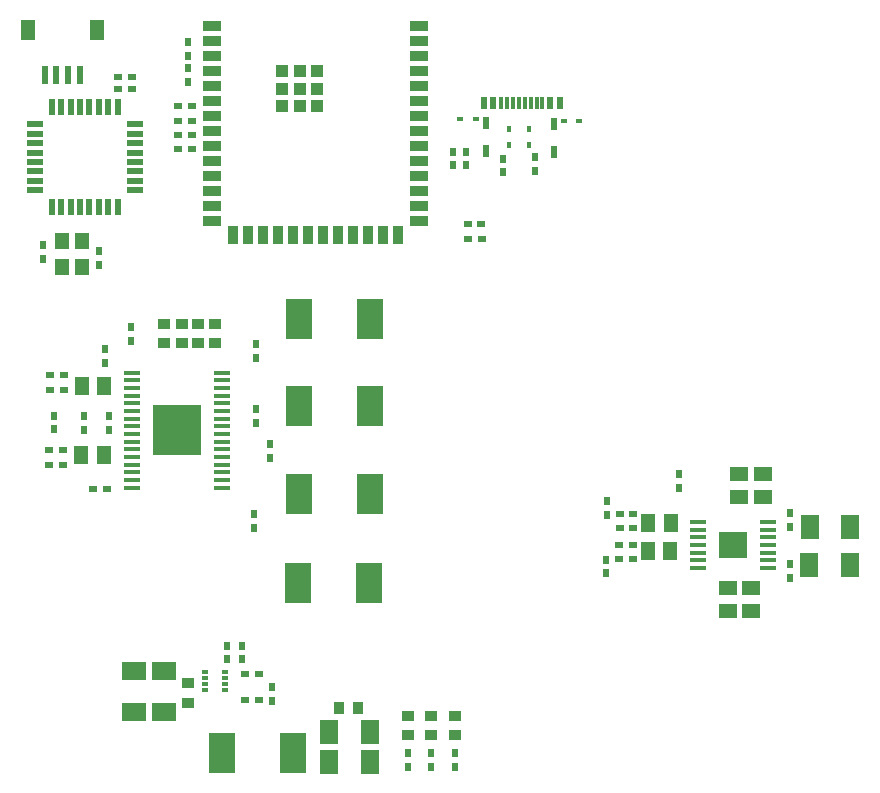
<source format=gbr>
%TF.GenerationSoftware,Altium Limited,Altium Designer,21.7.2 (23)*%
G04 Layer_Color=8421504*
%FSLAX45Y45*%
%MOMM*%
%TF.SameCoordinates,ACC8E456-25BC-4CB5-B469-56B585E6E94B*%
%TF.FilePolarity,Positive*%
%TF.FileFunction,Paste,Top*%
%TF.Part,Single*%
G01*
G75*
%TA.AperFunction,ConnectorPad*%
%ADD10R,1.50000X0.90000*%
%ADD11R,0.90000X1.50000*%
%TA.AperFunction,BGAPad,CuDef*%
%ADD12R,1.00000X1.00000*%
%TA.AperFunction,SMDPad,CuDef*%
%ADD13R,1.47500X0.45000*%
%ADD14R,2.46000X2.31000*%
%ADD15R,1.52400X2.00000*%
%ADD16R,0.60000X0.63500*%
%ADD17R,0.96520X1.00000*%
%ADD18R,4.11000X4.36000*%
%ADD19R,1.00000X0.96520*%
%ADD20R,1.14300X1.50000*%
%ADD21R,0.63500X0.60000*%
%ADD22R,0.60000X1.47500*%
%ADD23R,1.47500X0.60000*%
%ADD24R,1.20000X1.40000*%
%ADD25R,0.47500X0.30000*%
%ADD26R,0.50000X1.07500*%
%ADD27R,0.40000X0.48000*%
%ADD28R,0.48000X0.40000*%
%ADD29R,0.30000X1.10000*%
%ADD30R,0.60000X1.10000*%
%ADD31R,1.50000X1.14300*%
%ADD32R,2.30000X3.50000*%
%ADD33R,0.60000X1.60000*%
%ADD34R,1.20000X1.80000*%
%ADD35R,2.00000X1.52400*%
D10*
X1646160Y6547500D02*
D03*
Y6420500D02*
D03*
Y6293500D02*
D03*
Y6166500D02*
D03*
Y6039500D02*
D03*
Y5912500D02*
D03*
Y5785500D02*
D03*
Y5658500D02*
D03*
Y5531500D02*
D03*
Y5404500D02*
D03*
Y5277500D02*
D03*
Y5150500D02*
D03*
Y5023500D02*
D03*
Y4896500D02*
D03*
X3396160D02*
D03*
Y5023500D02*
D03*
Y5150500D02*
D03*
Y5277500D02*
D03*
Y5404500D02*
D03*
Y5531500D02*
D03*
Y5658500D02*
D03*
Y5785500D02*
D03*
Y5912500D02*
D03*
Y6039500D02*
D03*
Y6166500D02*
D03*
Y6293500D02*
D03*
Y6420500D02*
D03*
Y6547500D02*
D03*
D11*
X1822660Y4771500D02*
D03*
X1949660D02*
D03*
X2076660D02*
D03*
X2203660D02*
D03*
X2330660D02*
D03*
X2457660D02*
D03*
X2584660D02*
D03*
X2711660D02*
D03*
X2838660D02*
D03*
X2965660D02*
D03*
X3092660D02*
D03*
X3219660D02*
D03*
D12*
X2385160Y6012500D02*
D03*
X2235160Y6162500D02*
D03*
Y6012500D02*
D03*
Y5862500D02*
D03*
X2385160D02*
D03*
X2535160D02*
D03*
Y6012500D02*
D03*
Y6162500D02*
D03*
X2385160D02*
D03*
D13*
X5761200Y2345000D02*
D03*
Y2280000D02*
D03*
Y2215000D02*
D03*
Y2150000D02*
D03*
Y2085000D02*
D03*
Y2020000D02*
D03*
Y1955000D02*
D03*
X6348800D02*
D03*
Y2020000D02*
D03*
Y2085000D02*
D03*
Y2150000D02*
D03*
Y2215000D02*
D03*
Y2280000D02*
D03*
Y2345000D02*
D03*
X968700Y3610000D02*
D03*
Y3545000D02*
D03*
Y3480000D02*
D03*
Y3415000D02*
D03*
Y3350000D02*
D03*
Y3285000D02*
D03*
Y3220000D02*
D03*
Y3155000D02*
D03*
Y3090000D02*
D03*
Y3025000D02*
D03*
Y2960000D02*
D03*
Y2895000D02*
D03*
Y2830000D02*
D03*
Y2765000D02*
D03*
Y2700000D02*
D03*
Y2635000D02*
D03*
X1726300D02*
D03*
Y2700000D02*
D03*
Y2765000D02*
D03*
Y2830000D02*
D03*
Y2895000D02*
D03*
Y2960000D02*
D03*
Y3025000D02*
D03*
Y3090000D02*
D03*
Y3155000D02*
D03*
Y3220000D02*
D03*
Y3285000D02*
D03*
Y3350000D02*
D03*
Y3415000D02*
D03*
Y3480000D02*
D03*
Y3545000D02*
D03*
Y3610000D02*
D03*
D14*
X6055000Y2150000D02*
D03*
D15*
X6699780Y1980000D02*
D03*
X7045220D02*
D03*
X2637280Y570000D02*
D03*
X2982720D02*
D03*
X2637280Y310000D02*
D03*
X2982720D02*
D03*
X6702280Y2300000D02*
D03*
X7047720D02*
D03*
D16*
X6540000Y1874080D02*
D03*
Y1990920D02*
D03*
X2135000Y2886580D02*
D03*
Y3003420D02*
D03*
X2017500Y3736580D02*
D03*
Y3853420D02*
D03*
X2012500Y3303420D02*
D03*
Y3186580D02*
D03*
X2000000Y2408420D02*
D03*
Y2291580D02*
D03*
X957500Y3991840D02*
D03*
Y3875000D02*
D03*
X307500Y3245920D02*
D03*
Y3129080D02*
D03*
X737500Y3689080D02*
D03*
Y3805920D02*
D03*
X767372Y3243657D02*
D03*
Y3126817D02*
D03*
X560000Y3124080D02*
D03*
Y3240920D02*
D03*
X5600000Y2636580D02*
D03*
Y2753420D02*
D03*
X6537500Y2422500D02*
D03*
Y2305660D02*
D03*
X4985000Y2523420D02*
D03*
Y2406580D02*
D03*
X4979340Y1909080D02*
D03*
Y2025920D02*
D03*
X1435160Y6074080D02*
D03*
Y6190920D02*
D03*
Y6410920D02*
D03*
Y6294080D02*
D03*
X3300000Y386840D02*
D03*
Y270000D02*
D03*
X3700000Y388420D02*
D03*
Y271580D02*
D03*
X3500000Y386840D02*
D03*
Y270000D02*
D03*
X685160Y4640920D02*
D03*
Y4524080D02*
D03*
X215160Y4574080D02*
D03*
Y4690920D02*
D03*
X3795160Y5480920D02*
D03*
Y5364080D02*
D03*
X4375160Y5430920D02*
D03*
Y5314080D02*
D03*
X4105160Y5420920D02*
D03*
Y5304080D02*
D03*
X3685160Y5480920D02*
D03*
Y5364080D02*
D03*
X2150000Y948420D02*
D03*
Y831580D02*
D03*
X1900000Y1181580D02*
D03*
Y1298420D02*
D03*
X1770000Y1181580D02*
D03*
Y1298420D02*
D03*
D17*
X2718720Y770000D02*
D03*
X2881280D02*
D03*
D18*
X1347500Y3122500D02*
D03*
D19*
X1665000Y4018780D02*
D03*
Y3856220D02*
D03*
X1525000Y4018780D02*
D03*
Y3856220D02*
D03*
X1385000Y4021280D02*
D03*
Y3858720D02*
D03*
X1240000Y4023780D02*
D03*
Y3861220D02*
D03*
X3300000Y538720D02*
D03*
Y701280D02*
D03*
X3500000Y538720D02*
D03*
Y701280D02*
D03*
X3700000Y538720D02*
D03*
Y701280D02*
D03*
X1440000Y816000D02*
D03*
Y978560D02*
D03*
D20*
X538480Y3500000D02*
D03*
X731520D02*
D03*
X533480Y2915000D02*
D03*
X726520D02*
D03*
X5331960Y2337500D02*
D03*
X5525000D02*
D03*
X5330980Y2102500D02*
D03*
X5524020D02*
D03*
D21*
X385920Y3460000D02*
D03*
X269080D02*
D03*
X755920Y2622500D02*
D03*
X639080D02*
D03*
X378420Y2955000D02*
D03*
X261580D02*
D03*
X378420Y2830000D02*
D03*
X261580D02*
D03*
X5210920Y2290000D02*
D03*
X5094080D02*
D03*
X5210920Y2415000D02*
D03*
X5094080D02*
D03*
X5209340Y2150000D02*
D03*
X5092500D02*
D03*
X5090920Y2030000D02*
D03*
X5207760D02*
D03*
X3809240Y4742500D02*
D03*
X3926080D02*
D03*
X385920Y3585000D02*
D03*
X269080D02*
D03*
X3923580Y4870000D02*
D03*
X3806740D02*
D03*
X1473580Y5502500D02*
D03*
X1356740D02*
D03*
X1473580Y5622500D02*
D03*
X1356740D02*
D03*
X1473580Y5742500D02*
D03*
X1356740D02*
D03*
X1472000Y5862500D02*
D03*
X1355160D02*
D03*
X963580Y6112500D02*
D03*
X846740D02*
D03*
X965160Y6012500D02*
D03*
X848320D02*
D03*
X1921580Y840000D02*
D03*
X2038420D02*
D03*
Y1060000D02*
D03*
X1921580D02*
D03*
D22*
X285160Y5008700D02*
D03*
X365160D02*
D03*
X445160D02*
D03*
X525160D02*
D03*
X605160D02*
D03*
X685160D02*
D03*
X765160D02*
D03*
X845160D02*
D03*
Y5856300D02*
D03*
X765160D02*
D03*
X685160D02*
D03*
X605160D02*
D03*
X525160D02*
D03*
X445160D02*
D03*
X365160D02*
D03*
X285160D02*
D03*
D23*
X988960Y5152500D02*
D03*
Y5232500D02*
D03*
Y5312500D02*
D03*
Y5392500D02*
D03*
Y5472500D02*
D03*
Y5552500D02*
D03*
Y5632500D02*
D03*
Y5712500D02*
D03*
X141360D02*
D03*
Y5632500D02*
D03*
Y5552500D02*
D03*
Y5472500D02*
D03*
Y5392500D02*
D03*
Y5312500D02*
D03*
Y5232500D02*
D03*
Y5152500D02*
D03*
D24*
X370160Y4722500D02*
D03*
Y4502500D02*
D03*
X540160D02*
D03*
Y4722500D02*
D03*
D25*
X1753800Y1075000D02*
D03*
Y1025000D02*
D03*
Y975000D02*
D03*
Y925000D02*
D03*
X1586200D02*
D03*
Y975000D02*
D03*
Y1025000D02*
D03*
Y1075000D02*
D03*
D26*
X4535160Y5480100D02*
D03*
Y5712500D02*
D03*
X3965160Y5486300D02*
D03*
Y5718700D02*
D03*
D27*
X4155160Y5668500D02*
D03*
Y5536500D02*
D03*
X4325160Y5668500D02*
D03*
Y5536500D02*
D03*
D28*
X3875160Y5752500D02*
D03*
X3743160D02*
D03*
X4619160Y5742500D02*
D03*
X4751160D02*
D03*
D29*
X4440160Y5892500D02*
D03*
X4340160D02*
D03*
X4190160D02*
D03*
X4090160D02*
D03*
X4140160D02*
D03*
X4240160D02*
D03*
X4290160D02*
D03*
X4390160D02*
D03*
D30*
X3945159D02*
D03*
X4025160D02*
D03*
X4505160D02*
D03*
X4585160D02*
D03*
D31*
X6307500Y2558480D02*
D03*
Y2751520D02*
D03*
X6106545Y2750700D02*
D03*
Y2557660D02*
D03*
X6210000Y1788040D02*
D03*
Y1595000D02*
D03*
X6012500Y1786520D02*
D03*
Y1593480D02*
D03*
D32*
X2972500Y1830000D02*
D03*
X2372500D02*
D03*
X2977500Y2585000D02*
D03*
X2377500D02*
D03*
X2977500Y3325000D02*
D03*
X2377500D02*
D03*
X2977500Y4062500D02*
D03*
X2377500D02*
D03*
X2330000Y390000D02*
D03*
X1730000D02*
D03*
D33*
X525160Y6132500D02*
D03*
X325160D02*
D03*
X225160D02*
D03*
X425160D02*
D03*
D34*
X85160Y6512500D02*
D03*
X665160D02*
D03*
D35*
X980000Y734560D02*
D03*
Y1080000D02*
D03*
X1240000Y734560D02*
D03*
Y1080000D02*
D03*
%TF.MD5,8ee7b969119024fed9d82299ff4f4161*%
M02*

</source>
